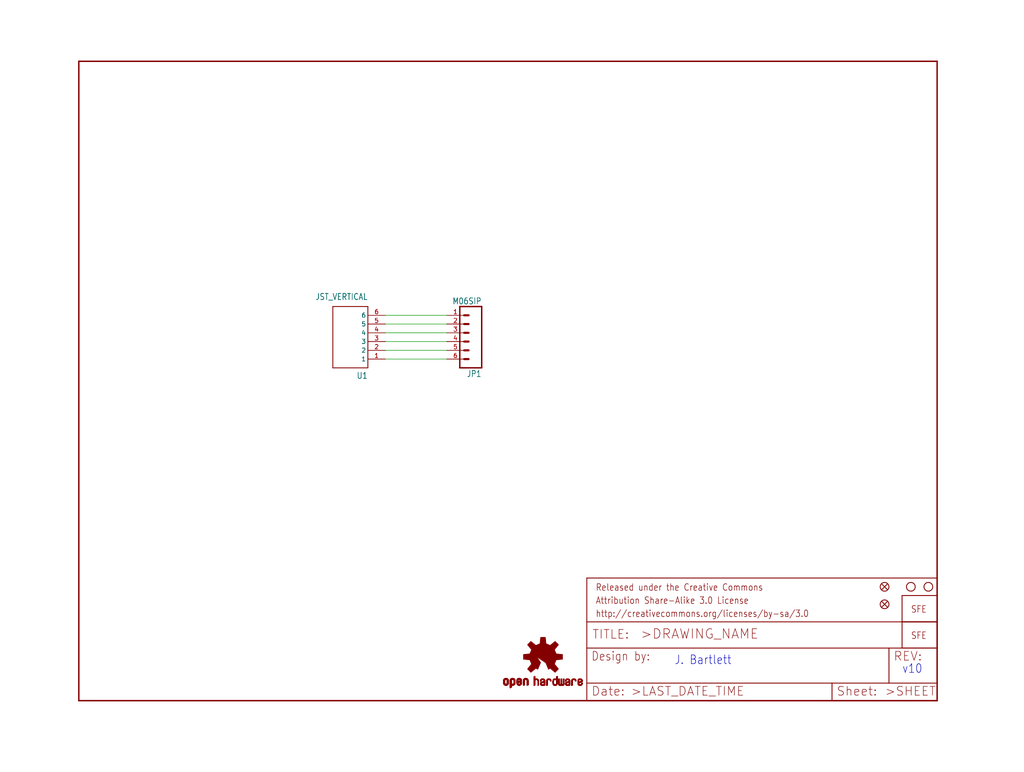
<source format=kicad_sch>
(kicad_sch (version 20211123) (generator eeschema)
  (paper "User" 297.002 223.926)
  (lib_symbols
    (symbol "eagleSchem-eagle-import:FIDUCIALUFIDUCIAL")
    (symbol "eagleSchem-eagle-import:FRAME-LETTER"
      (symbol "FRAME-LETTER_2_0"
        (text ">DRAWING_NAME" (at 15.494 17.78 0) (effects (font (size 2.7432 2.7432)) (justify left bottom)))
        (text ">LAST_DATE_TIME" (at 12.7 1.27 0) (effects (font (size 2.54 2.54)) (justify left bottom)))
        (text ">SHEET" (at 86.36 1.27 0) (effects (font (size 2.54 2.54)) (justify left bottom)))
        (text "Attribution Share-Alike 3.0 License" (at 2.54 27.94 0) (effects (font (size 1.9304 1.6408)) (justify left bottom)))
        (text "Date:" (at 1.27 1.27 0) (effects (font (size 2.54 2.54)) (justify left bottom)))
        (text "Design by:" (at 1.27 11.43 0) (effects (font (size 2.54 2.159)) (justify left bottom)))
        (text "http://creativecommons.org/licenses/by-sa/3.0" (at 2.54 24.13 0) (effects (font (size 1.9304 1.6408)) (justify left bottom)))
        (text "Released under the Creative Commons" (at 2.54 31.75 0) (effects (font (size 1.9304 1.6408)) (justify left bottom)))
        (text "REV:" (at 88.9 11.43 0) (effects (font (size 2.54 2.54)) (justify left bottom)))
        (text "Sheet:" (at 72.39 1.27 0) (effects (font (size 2.54 2.54)) (justify left bottom)))
        (text "TITLE:" (at 1.524 17.78 0) (effects (font (size 2.54 2.54)) (justify left bottom)))
      )
    )
    (symbol "eagleSchem-eagle-import:JST_VERTICAL"
      (property "Value" "JST_VERTICAL" (at -7.62 -13.97 0))
      (symbol "JST_VERTICAL_1_0"
        (pin bidirectional line (at -12.7 5.08 0) (length 5.08) (name "1") (number "1"))
        (pin bidirectional line (at -12.7 2.54 0) (length 5.08) (name "2") (number "2"))
        (pin bidirectional line (at -12.7 0 0) (length 5.08) (name "3") (number "3"))
        (pin bidirectional line (at -12.7 -2.54 0) (length 5.08) (name "4") (number "4"))
        (pin bidirectional line (at -12.7 -5.08 0) (length 5.08) (name "5") (number "5"))
        (pin bidirectional line (at -12.7 -7.62 0) (length 5.08) (name "6") (number "6"))
      )
    )
    (symbol "eagleSchem-eagle-import:LOGO-SFESK"
      (symbol "LOGO-SFESK_1_0"
        (text "SFE" (at 0 0 0) (effects (font (size 1.9304 1.6408)) (justify left bottom)))
      )
    )
    (symbol "eagleSchem-eagle-import:M06SIP"
      (property "Reference" "JP" (at -5.08 10.922 0))
      (property "Value" "M06SIP" (at -5.08 -10.16 0))
      (symbol "M06SIP_1_0"
        (pin passive line (at 5.08 -5.08 180) (length 5.08) (name "1") (number "1"))
        (pin passive line (at 5.08 -2.54 180) (length 5.08) (name "2") (number "2"))
        (pin passive line (at 5.08 0 180) (length 5.08) (name "3") (number "3"))
        (pin passive line (at 5.08 2.54 180) (length 5.08) (name "4") (number "4"))
        (pin passive line (at 5.08 5.08 180) (length 5.08) (name "5") (number "5"))
        (pin passive line (at 5.08 7.62 180) (length 5.08) (name "6") (number "6"))
      )
    )
    (symbol "eagleSchem-eagle-import:OSHW-LOGOS")
    (symbol "eagleSchem-eagle-import:STAND-OFF")
  )
  (wire (pts (xy 129.54 96.52) (xy 111.76 96.52)))
  (wire (pts (xy 129.54 99.06) (xy 111.76 99.06)))
  (wire (pts (xy 129.54 101.6) (xy 111.76 101.6)))
  (wire (pts (xy 129.54 93.98) (xy 111.76 93.98)))
  (wire (pts (xy 129.54 91.44) (xy 111.76 91.44)))
  (wire (pts (xy 129.54 104.14) (xy 111.76 104.14)))
  (text "v10" (at 261.62 195.58 180) (effects (font (size 2.54 2.159)) (justify left bottom)))
  (text "J. Bartlett" (at 195.58 193.04 180) (effects (font (size 2.54 2.159)) (justify left bottom)))
  (symbol (lib_id "eagleSchem-eagle-import:JST_VERTICAL") (at 99.06 99.06 180) (unit 1)
    (property "Reference" "U1" (at 106.68 107.95 0) (effects (font (size 1.778 1.5113)) (justify left bottom)))
    (property "Value" "JST_VERTICAL" (at 106.68 85.09 0) (effects (font (size 1.778 1.5113)) (justify left bottom)))
    (property "Footprint" "eagleSchem:JST-6-SMD-VERT-1.0MM" (effects hide))
  )
  (symbol (lib_id "eagleSchem-eagle-import:OSHW-LOGOS") (at 157.48 190.5 0) (unit 1)
    (property "Reference" "LOGO1" (effects hide))
    (property "Value" "OSHW-LOGOS" (effects hide))
    (property "Footprint" "eagleSchem:OSHW-LOGO-S" (effects hide))
  )
  (symbol (lib_id "eagleSchem-eagle-import:STAND-OFF") (at 264.16 170.18 0) (unit 1)
    (property "Reference" "JP6" (effects hide))
    (property "Value" "STAND-OFF" (effects hide))
    (property "Footprint" "eagleSchem:STAND-OFF" (effects hide))
  )
  (symbol (lib_id "eagleSchem-eagle-import:FRAME-LETTER") (at 22.86 203.2 0) (unit 1)
    (property "Reference" "FRAME2" (effects hide))
    (property "Value" "FRAME-LETTER" (effects hide))
    (property "Footprint" "eagleSchem:CREATIVE_COMMONS" (effects hide))
  )
  (symbol (lib_id "eagleSchem-eagle-import:FIDUCIALUFIDUCIAL") (at 256.54 175.26 0) (unit 1)
    (property "Reference" "FID2" (effects hide))
    (property "Value" "FIDUCIALUFIDUCIAL" (effects hide))
    (property "Footprint" "eagleSchem:MICRO-FIDUCIAL" (effects hide))
  )
  (symbol (lib_id "eagleSchem-eagle-import:LOGO-SFESK") (at 264.16 185.42 0) (unit 1)
    (property "Reference" "JP2" (effects hide))
    (property "Value" "LOGO-SFESK" (effects hide))
    (property "Footprint" "eagleSchem:SFE-LOGO-FLAME" (effects hide))
  )
  (symbol (lib_id "eagleSchem-eagle-import:FRAME-LETTER") (at 170.18 203.2 0) (unit 2)
    (property "Reference" "FRAME2" (effects hide))
    (property "Value" "FRAME-LETTER" (effects hide))
    (property "Footprint" "eagleSchem:CREATIVE_COMMONS" (effects hide))
  )
  (symbol (lib_id "eagleSchem-eagle-import:STAND-OFF") (at 269.24 170.18 0) (unit 1)
    (property "Reference" "JP4" (effects hide))
    (property "Value" "STAND-OFF" (effects hide))
    (property "Footprint" "eagleSchem:STAND-OFF" (effects hide))
  )
  (symbol (lib_id "eagleSchem-eagle-import:LOGO-SFESK") (at 264.16 177.8 0) (unit 1)
    (property "Reference" "JP7" (effects hide))
    (property "Value" "LOGO-SFESK" (effects hide))
    (property "Footprint" "eagleSchem:SFE-LOGO-FLAME" (effects hide))
  )
  (symbol (lib_id "eagleSchem-eagle-import:FIDUCIALUFIDUCIAL") (at 256.54 170.18 0) (unit 1)
    (property "Reference" "FID1" (effects hide))
    (property "Value" "FIDUCIALUFIDUCIAL" (effects hide))
    (property "Footprint" "eagleSchem:MICRO-FIDUCIAL" (effects hide))
  )
  (symbol (lib_id "eagleSchem-eagle-import:M06SIP") (at 134.62 96.52 180) (unit 1)
    (property "Reference" "JP1" (at 139.7 107.442 0) (effects (font (size 1.778 1.5113)) (justify left bottom)))
    (property "Value" "M06SIP" (at 139.7 86.36 0) (effects (font (size 1.778 1.5113)) (justify left bottom)))
    (property "Footprint" "eagleSchem:1X06" (effects hide))
  )
)
</source>
